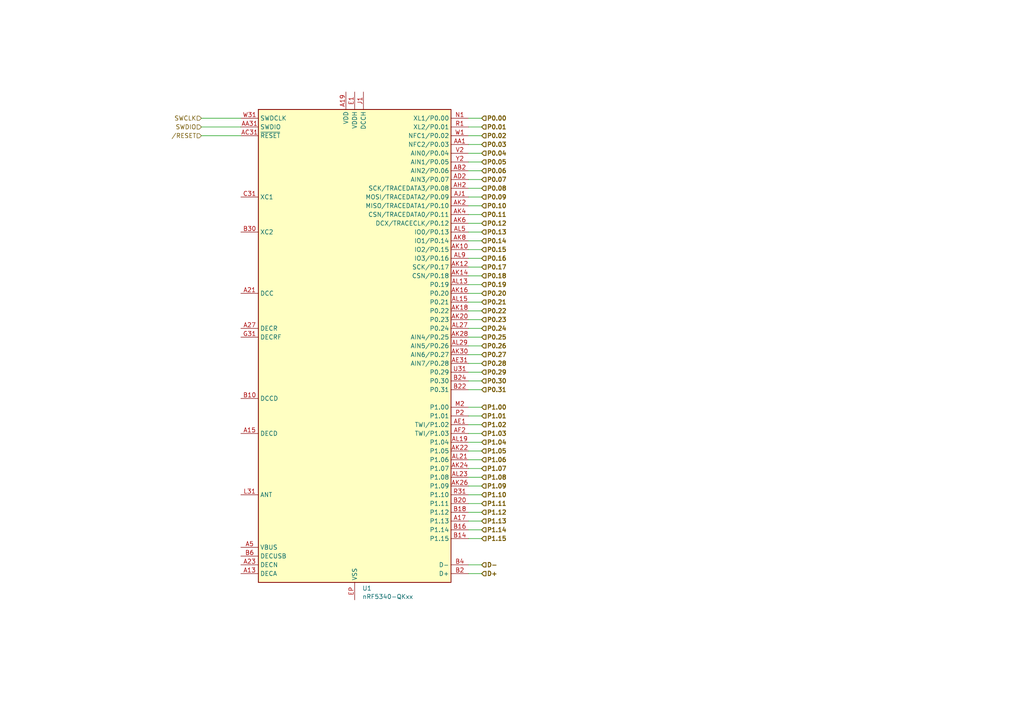
<source format=kicad_sch>
(kicad_sch (version 20230121) (generator eeschema)
  (paper "A4")
  (lib_symbols
    (symbol "MCU_Nordic:nRF5340-QKxx"
      (property "Reference" "U1" (at 2.0194 -72.39 0))
      (property "Value" "nRF5340-QKxx" (at 2.0194 -74.93 0))
      (symbol "nRF5340-QKxx_0_1"
        (rectangle (start -27.94 68.58) (end 27.94 -68.58) (stroke (width 0.254)) (fill (type background)))
      )
      (symbol "nRF5340-QKxx_1_1"
        (pin passive line (at -33.02 -66.04 0) (length 5.08) (name "DECA") (number "A13"))
        (pin passive line (at -33.02 -25.4 0) (length 5.08) (name "DECD") (number "A15"))
        (pin bidirectional line (at 33.02 -50.8 180) (length 5.08) (name "P1.13") (number "A17"))
        (pin power_in line (at -2.54 73.66 270) (length 5.08) (name "VDD") (number "A19"))
        (pin power_out line (at -33.02 15.24 0) (length 5.08) (name "DCC") (number "A21"))
        (pin passive line (at -33.02 -63.5 0) (length 5.08) (name "DECN") (number "A23"))
        (pin no_connect line (at -27.94 58.42 0) (length 5.08) hide (name "NC") (number "A25"))
        (pin passive line (at -33.02 5.08 0) (length 5.08) (name "DECR") (number "A27"))
        (pin power_in line (at -33.02 -58.42 0) (length 5.08) (name "VBUS") (number "A5"))
        (pin bidirectional line (at 33.02 58.42 180) (length 5.08) (name "NFC2/P0.03") (number "AA1"))
        (pin bidirectional line (at -33.02 63.5 0) (length 5.08) (name "SWDIO") (number "AA31"))
        (pin bidirectional line (at 33.02 50.8 180) (length 5.08) (name "AIN2/P0.06") (number "AB2"))
        (pin passive line (at -2.54 73.66 270) (length 5.08) hide (name "VDD") (number "AC1"))
        (pin input line (at -33.02 60.96 0) (length 5.08) (name "~{RESET}") (number "AC31"))
        (pin bidirectional line (at 33.02 48.26 180) (length 5.08) (name "AIN3/P0.07") (number "AD2"))
        (pin bidirectional line (at 33.02 -22.86 180) (length 5.08) (name "TWI/P1.02") (number "AE1"))
        (pin bidirectional line (at 33.02 -5.08 180) (length 5.08) (name "AIN7/P0.28") (number "AE31"))
        (pin bidirectional line (at 33.02 -25.4 180) (length 5.08) (name "TWI/P1.03") (number "AF2"))
        (pin passive line (at -2.54 73.66 270) (length 5.08) hide (name "VDD") (number "AG1"))
        (pin no_connect line (at -27.94 27.94 0) (length 5.08) hide (name "NC") (number "AG31"))
        (pin bidirectional line (at 33.02 45.72 180) (length 5.08) (name "SCK/TRACEDATA3/P0.08") (number "AH2"))
        (pin bidirectional line (at 33.02 43.18 180) (length 5.08) (name "MOSI/TRACEDATA2/P0.09") (number "AJ1"))
        (pin passive line (at -2.54 73.66 270) (length 5.08) hide (name "VDD") (number "AJ31"))
        (pin bidirectional line (at 33.02 27.94 180) (length 5.08) (name "IO2/P0.15") (number "AK10"))
        (pin bidirectional line (at 33.02 22.86 180) (length 5.08) (name "SCK/P0.17") (number "AK12"))
        (pin bidirectional line (at 33.02 20.32 180) (length 5.08) (name "CSN/P0.18") (number "AK14"))
        (pin bidirectional line (at 33.02 15.24 180) (length 5.08) (name "P0.20") (number "AK16"))
        (pin bidirectional line (at 33.02 10.16 180) (length 5.08) (name "P0.22") (number "AK18"))
        (pin bidirectional line (at 33.02 40.64 180) (length 5.08) (name "MISO/TRACEDATA1/P0.10") (number "AK2"))
        (pin bidirectional line (at 33.02 7.62 180) (length 5.08) (name "P0.23") (number "AK20"))
        (pin bidirectional line (at 33.02 -30.48 180) (length 5.08) (name "P1.05") (number "AK22"))
        (pin bidirectional line (at 33.02 -35.56 180) (length 5.08) (name "P1.07") (number "AK24"))
        (pin bidirectional line (at 33.02 -40.64 180) (length 5.08) (name "P1.09") (number "AK26"))
        (pin bidirectional line (at 33.02 2.54 180) (length 5.08) (name "AIN4/P0.25") (number "AK28"))
        (pin bidirectional line (at 33.02 -2.54 180) (length 5.08) (name "AIN6/P0.27") (number "AK30"))
        (pin bidirectional line (at 33.02 38.1 180) (length 5.08) (name "CSN/TRACEDATA0/P0.11") (number "AK4"))
        (pin bidirectional line (at 33.02 35.56 180) (length 5.08) (name "DCX/TRACECLK/P0.12") (number "AK6"))
        (pin bidirectional line (at 33.02 30.48 180) (length 5.08) (name "IO1/P0.14") (number "AK8"))
        (pin passive line (at -2.54 73.66 270) (length 5.08) hide (name "VDD") (number "AL11"))
        (pin bidirectional line (at 33.02 17.78 180) (length 5.08) (name "P0.19") (number "AL13"))
        (pin bidirectional line (at 33.02 12.7 180) (length 5.08) (name "P0.21") (number "AL15"))
        (pin passive line (at -2.54 73.66 270) (length 5.08) hide (name "VDD") (number "AL17"))
        (pin bidirectional line (at 33.02 -27.94 180) (length 5.08) (name "P1.04") (number "AL19"))
        (pin bidirectional line (at 33.02 -33.02 180) (length 5.08) (name "P1.06") (number "AL21"))
        (pin bidirectional line (at 33.02 -38.1 180) (length 5.08) (name "P1.08") (number "AL23"))
        (pin passive line (at -2.54 73.66 270) (length 5.08) hide (name "VDD") (number "AL25"))
        (pin bidirectional line (at 33.02 5.08 180) (length 5.08) (name "P0.24") (number "AL27"))
        (pin bidirectional line (at 33.02 0 180) (length 5.08) (name "AIN5/P0.26") (number "AL29"))
        (pin passive line (at -2.54 73.66 270) (length 5.08) hide (name "VDD") (number "AL3"))
        (pin bidirectional line (at 33.02 33.02 180) (length 5.08) (name "IO0/P0.13") (number "AL5"))
        (pin passive line (at -2.54 73.66 270) (length 5.08) hide (name "VDD") (number "AL7"))
        (pin bidirectional line (at 33.02 25.4 180) (length 5.08) (name "IO3/P0.16") (number "AL9"))
        (pin power_out line (at -33.02 -15.24 0) (length 5.08) (name "DCCD") (number "B10"))
        (pin no_connect line (at -27.94 55.88 0) (length 5.08) hide (name "NC") (number "B12"))
        (pin bidirectional line (at 33.02 -55.88 180) (length 5.08) (name "P1.15") (number "B14"))
        (pin bidirectional line (at 33.02 -53.34 180) (length 5.08) (name "P1.14") (number "B16"))
        (pin bidirectional line (at 33.02 -48.26 180) (length 5.08) (name "P1.12") (number "B18"))
        (pin bidirectional line (at 33.02 -66.04 180) (length 5.08) (name "D+") (number "B2"))
        (pin bidirectional line (at 33.02 -45.72 180) (length 5.08) (name "P1.11") (number "B20"))
        (pin bidirectional line (at 33.02 -12.7 180) (length 5.08) (name "P0.31") (number "B22"))
        (pin bidirectional line (at 33.02 -10.16 180) (length 5.08) (name "P0.30") (number "B24"))
        (pin no_connect line (at -27.94 53.34 0) (length 5.08) hide (name "NC") (number "B26"))
        (pin passive line (at -2.54 73.66 270) (length 5.08) hide (name "VDD") (number "B28"))
        (pin input line (at -33.02 33.02 0) (length 5.08) (name "XC2") (number "B30"))
        (pin bidirectional line (at 33.02 -63.5 180) (length 5.08) (name "D-") (number "B4"))
        (pin passive line (at -33.02 -60.96 0) (length 5.08) (name "DECUSB") (number "B6"))
        (pin passive line (at -2.54 73.66 270) (length 5.08) hide (name "VDD") (number "B8"))
        (pin passive line (at -2.54 73.66 270) (length 5.08) hide (name "VDD") (number "C1"))
        (pin input line (at -33.02 43.18 0) (length 5.08) (name "XC1") (number "C31"))
        (pin no_connect line (at -27.94 50.8 0) (length 5.08) hide (name "NC") (number "D2"))
        (pin power_in line (at 0 73.66 270) (length 5.08) (name "VDDH") (number "E1"))
        (pin passive line (at -2.54 73.66 270) (length 5.08) hide (name "VDD") (number "E31"))
        (pin power_in line (at 0 -73.66 90) (length 5.08) (name "VSS") (number "EP"))
        (pin no_connect line (at -27.94 48.26 0) (length 5.08) hide (name "NC") (number "F2"))
        (pin no_connect line (at -27.94 45.72 0) (length 5.08) hide (name "NC") (number "G1"))
        (pin passive line (at -33.02 2.54 0) (length 5.08) (name "DECRF") (number "G31"))
        (pin no_connect line (at -27.94 40.64 0) (length 5.08) hide (name "NC") (number "H2"))
        (pin passive line (at 2.54 73.66 270) (length 5.08) (name "DCCH") (number "J1"))
        (pin no_connect line (at -27.94 38.1 0) (length 5.08) hide (name "NC") (number "J31"))
        (pin no_connect line (at -27.94 35.56 0) (length 5.08) hide (name "NC") (number "K2"))
        (pin passive line (at -2.54 73.66 270) (length 5.08) hide (name "VDD") (number "L1"))
        (pin passive line (at -33.02 -43.18 0) (length 5.08) (name "ANT") (number "L31"))
        (pin bidirectional line (at 33.02 -17.78 180) (length 5.08) (name "P1.00") (number "M2"))
        (pin bidirectional line (at 33.02 66.04 180) (length 5.08) (name "XL1/P0.00") (number "N1"))
        (pin passive line (at -2.54 73.66 270) (length 5.08) hide (name "VDD") (number "N31"))
        (pin bidirectional line (at 33.02 -20.32 180) (length 5.08) (name "P1.01") (number "P2"))
        (pin bidirectional line (at 33.02 63.5 180) (length 5.08) (name "XL2/P0.01") (number "R1"))
        (pin bidirectional line (at 33.02 -43.18 180) (length 5.08) (name "P1.10") (number "R31"))
        (pin no_connect line (at -27.94 30.48 0) (length 5.08) hide (name "NC") (number "T2"))
        (pin passive line (at -2.54 73.66 270) (length 5.08) hide (name "VDD") (number "U1"))
        (pin bidirectional line (at 33.02 -7.62 180) (length 5.08) (name "P0.29") (number "U31"))
        (pin bidirectional line (at 33.02 55.88 180) (length 5.08) (name "AIN0/P0.04") (number "V2"))
        (pin bidirectional line (at 33.02 60.96 180) (length 5.08) (name "NFC1/P0.02") (number "W1"))
        (pin input line (at -33.02 66.04 0) (length 5.08) (name "SWDCLK") (number "W31"))
        (pin bidirectional line (at 33.02 53.34 180) (length 5.08) (name "AIN1/P0.05") (number "Y2"))
      )
    )
  )
  (wire (pts (xy 139.7 120.65) (xy 135.89 120.65)))
  (wire (pts (xy 139.7 62.23) (xy 135.89 62.23)))
  (wire (pts (xy 58.42 39.37) (xy 69.85 39.37)))
  (wire (pts (xy 139.7 82.55) (xy 135.89 82.55)))
  (wire (pts (xy 139.7 41.91) (xy 135.89 41.91)))
  (wire (pts (xy 139.7 118.11) (xy 135.89 118.11)))
  (wire (pts (xy 139.7 39.37) (xy 135.89 39.37)))
  (wire (pts (xy 139.7 46.99) (xy 135.89 46.99)))
  (wire (pts (xy 139.7 102.87) (xy 135.89 102.87)))
  (wire (pts (xy 139.7 148.59) (xy 135.89 148.59)))
  (wire (pts (xy 139.7 128.27) (xy 135.89 128.27)))
  (wire (pts (xy 139.7 64.77) (xy 135.89 64.77)))
  (wire (pts (xy 139.7 69.85) (xy 135.89 69.85)))
  (wire (pts (xy 139.7 146.05) (xy 135.89 146.05)))
  (wire (pts (xy 139.7 156.21) (xy 135.89 156.21)))
  (wire (pts (xy 139.7 74.93) (xy 135.89 74.93)))
  (wire (pts (xy 139.7 44.45) (xy 135.89 44.45)))
  (wire (pts (xy 139.7 138.43) (xy 135.89 138.43)))
  (wire (pts (xy 139.7 97.79) (xy 135.89 97.79)))
  (wire (pts (xy 139.7 130.81) (xy 135.89 130.81)))
  (wire (pts (xy 139.7 80.01) (xy 135.89 80.01)))
  (wire (pts (xy 139.7 140.97) (xy 135.89 140.97)))
  (wire (pts (xy 139.7 85.09) (xy 135.89 85.09)))
  (wire (pts (xy 139.7 52.07) (xy 135.89 52.07)))
  (wire (pts (xy 139.7 123.19) (xy 135.89 123.19)))
  (wire (pts (xy 139.7 105.41) (xy 135.89 105.41)))
  (wire (pts (xy 139.7 110.49) (xy 135.89 110.49)))
  (wire (pts (xy 139.7 92.71) (xy 135.89 92.71)))
  (wire (pts (xy 139.7 113.03) (xy 135.89 113.03)))
  (wire (pts (xy 58.42 34.29) (xy 69.85 34.29)))
  (wire (pts (xy 139.7 36.83) (xy 135.89 36.83)))
  (wire (pts (xy 139.7 107.95) (xy 135.89 107.95)))
  (wire (pts (xy 139.7 166.37) (xy 135.89 166.37)))
  (wire (pts (xy 139.7 57.15) (xy 135.89 57.15)))
  (wire (pts (xy 139.7 59.69) (xy 135.89 59.69)))
  (wire (pts (xy 139.7 133.35) (xy 135.89 133.35)))
  (wire (pts (xy 139.7 49.53) (xy 135.89 49.53)))
  (wire (pts (xy 139.7 143.51) (xy 135.89 143.51)))
  (wire (pts (xy 139.7 95.25) (xy 135.89 95.25)))
  (wire (pts (xy 139.7 135.89) (xy 135.89 135.89)))
  (wire (pts (xy 139.7 67.31) (xy 135.89 67.31)))
  (wire (pts (xy 139.7 151.13) (xy 135.89 151.13)))
  (wire (pts (xy 139.7 90.17) (xy 135.89 90.17)))
  (wire (pts (xy 139.7 87.63) (xy 135.89 87.63)))
  (wire (pts (xy 139.7 100.33) (xy 135.89 100.33)))
  (wire (pts (xy 139.7 34.29) (xy 135.89 34.29)))
  (wire (pts (xy 139.7 163.83) (xy 135.89 163.83)))
  (wire (pts (xy 139.7 72.39) (xy 135.89 72.39)))
  (wire (pts (xy 139.7 77.47) (xy 135.89 77.47)))
  (wire (pts (xy 139.7 153.67) (xy 135.89 153.67)))
  (wire (pts (xy 139.7 125.73) (xy 135.89 125.73)))
  (wire (pts (xy 139.7 54.61) (xy 135.89 54.61)))
  (wire (pts (xy 58.42 36.83) (xy 69.85 36.83)))
  (hierarchical_label "P0.05" (shape input) (at 139.7 46.99 0) (effects (font bold)))
  (hierarchical_label "P1.06" (shape input) (at 139.7 133.35 0) (effects (font bold)))
  (hierarchical_label "P0.24" (shape input) (at 139.7 95.25 0) (effects (font bold)))
  (hierarchical_label "P1.10" (shape input) (at 139.7 143.51 0) (effects (font bold)))
  (hierarchical_label "P0.23" (shape input) (at 139.7 92.71 0) (effects (font bold)))
  (hierarchical_label "P1.07" (shape input) (at 139.7 135.89 0) (effects (font bold)))
  (hierarchical_label "P1.01" (shape input) (at 139.7 120.65 0) (effects (font bold)))
  (hierarchical_label "P0.17" (shape input) (at 139.7 77.47 0) (effects (font bold)))
  (hierarchical_label "P0.25" (shape input) (at 139.7 97.79 0) (effects (font bold)))
  (hierarchical_label "P0.28" (shape input) (at 139.7 105.41 0) (effects (font bold)))
  (hierarchical_label "P0.22" (shape input) (at 139.7 90.17 0) (effects (font bold)))
  (hierarchical_label "{slash}RESET" (shape input) (at 58.42 39.37 180))
  (hierarchical_label "P1.03" (shape input) (at 139.7 125.73 0) (effects (font bold)))
  (hierarchical_label "P0.00" (shape input) (at 139.7 34.29 0) (effects (font bold)))
  (hierarchical_label "P0.04" (shape input) (at 139.7 44.45 0) (effects (font bold)))
  (hierarchical_label "P0.03" (shape input) (at 139.7 41.91 0) (effects (font bold)))
  (hierarchical_label "P0.31" (shape input) (at 139.7 113.03 0) (effects (font bold)))
  (hierarchical_label "D+" (shape input) (at 139.7 166.37 0) (effects (font bold)))
  (hierarchical_label "P1.02" (shape input) (at 139.7 123.19 0) (effects (font bold)))
  (hierarchical_label "SWCLK" (shape input) (at 58.42 34.29 180))
  (hierarchical_label "D-" (shape input) (at 139.7 163.83 0) (effects (font bold)))
  (hierarchical_label "P0.29" (shape input) (at 139.7 107.95 0) (effects (font bold)))
  (hierarchical_label "P0.11" (shape input) (at 139.7 62.23 0) (effects (font bold)))
  (hierarchical_label "P1.12" (shape input) (at 139.7 148.59 0) (effects (font bold)))
  (hierarchical_label "P1.15" (shape input) (at 139.7 156.21 0) (effects (font bold)))
  (hierarchical_label "P1.11" (shape input) (at 139.7 146.05 0) (effects (font bold)))
  (hierarchical_label "P1.05" (shape input) (at 139.7 130.81 0) (effects (font bold)))
  (hierarchical_label "P0.27" (shape input) (at 139.7 102.87 0) (effects (font bold)))
  (hierarchical_label "P0.10" (shape input) (at 139.7 59.69 0) (effects (font bold)))
  (hierarchical_label "SWDIO" (shape input) (at 58.42 36.83 180))
  (hierarchical_label "P0.16" (shape input) (at 139.7 74.93 0) (effects (font bold)))
  (hierarchical_label "P1.14" (shape input) (at 139.7 153.67 0) (effects (font bold)))
  (hierarchical_label "P0.19" (shape input) (at 139.7 82.55 0) (effects (font bold)))
  (hierarchical_label "P1.09" (shape input) (at 139.7 140.97 0) (effects (font bold)))
  (hierarchical_label "P0.08" (shape input) (at 139.7 54.61 0) (effects (font bold)))
  (hierarchical_label "P1.08" (shape input) (at 139.7 138.43 0) (effects (font bold)))
  (hierarchical_label "P0.09" (shape input) (at 139.7 57.15 0) (effects (font bold)))
  (hierarchical_label "P0.15" (shape input) (at 139.7 72.39 0) (effects (font bold)))
  (hierarchical_label "P0.13" (shape input) (at 139.7 67.31 0) (effects (font bold)))
  (hierarchical_label "P1.13" (shape input) (at 139.7 151.13 0) (effects (font bold)))
  (hierarchical_label "P1.00" (shape input) (at 139.7 118.11 0) (effects (font bold)))
  (hierarchical_label "P0.20" (shape input) (at 139.7 85.09 0) (effects (font bold)))
  (hierarchical_label "P0.07" (shape input) (at 139.7 52.07 0) (effects (font bold)))
  (hierarchical_label "P0.18" (shape input) (at 139.7 80.01 0) (effects (font bold)))
  (hierarchical_label "P0.12" (shape input) (at 139.7 64.77 0) (effects (font bold)))
  (hierarchical_label "P0.01" (shape input) (at 139.7 36.83 0) (effects (font bold)))
  (hierarchical_label "P0.14" (shape input) (at 139.7 69.85 0) (effects (font bold)))
  (hierarchical_label "P1.04" (shape input) (at 139.7 128.27 0) (effects (font bold)))
  (hierarchical_label "P0.21" (shape input) (at 139.7 87.63 0) (effects (font bold)))
  (hierarchical_label "P0.26" (shape input) (at 139.7 100.33 0) (effects (font bold)))
  (hierarchical_label "P0.06" (shape input) (at 139.7 49.53 0) (effects (font bold)))
  (hierarchical_label "P0.02" (shape input) (at 139.7 39.37 0) (effects (font bold)))
  (hierarchical_label "P0.30" (shape input) (at 139.7 110.49 0) (effects (font bold)))
  (symbol (lib_id "MCU_Nordic:nRF5340-QKxx") (at 102.87 100.33 0) (unit 1)
    (property "Reference" "U1" (at 105.0641 170.6301 0) (effects (justify left)))
    (property "Value" "nRF5340-QKxx" (at 105.0641 173.0543 0) (effects (justify left)))
    (property "Footprint" "Package_DFN_QFN:Nordic_AQFN-94-1EP_7x7mm_P0.4mm" (effects hide))
    (property "Datasheet" "https://infocenter.nordicsemi.com/pdf/nRF5340_PS_v1.2.pdf" (effects hide))
  )
)
</source>
